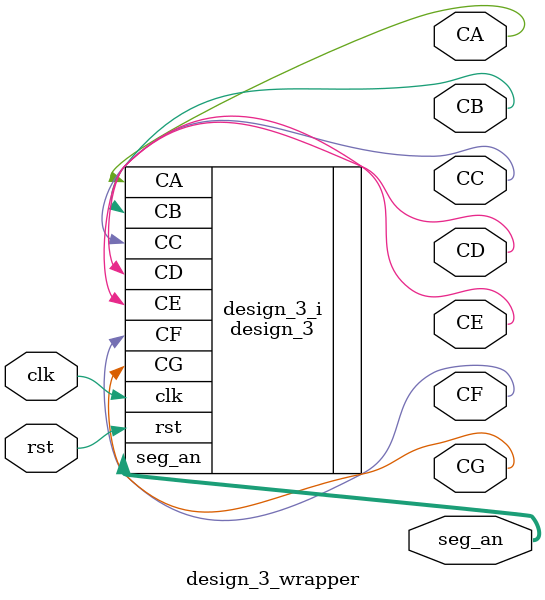
<source format=v>
`timescale 1 ps / 1 ps

module design_3_wrapper
   (CA,
    CB,
    CC,
    CD,
    CE,
    CF,
    CG,
    clk,
    rst,
    seg_an);
  output CA;
  output CB;
  output CC;
  output CD;
  output CE;
  output CF;
  output CG;
  input clk;
  input rst;
  output [3:0]seg_an;

  wire CA;
  wire CB;
  wire CC;
  wire CD;
  wire CE;
  wire CF;
  wire CG;
  wire clk;
  wire rst;
  wire [3:0]seg_an;

  design_3 design_3_i
       (.CA(CA),
        .CB(CB),
        .CC(CC),
        .CD(CD),
        .CE(CE),
        .CF(CF),
        .CG(CG),
        .clk(clk),
        .rst(rst),
        .seg_an(seg_an));
endmodule

</source>
